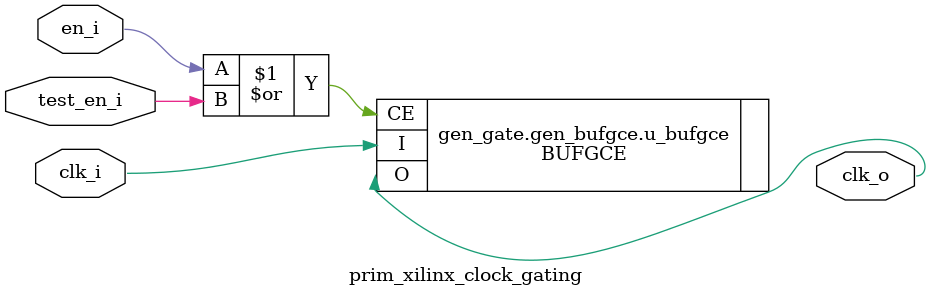
<source format=sv>

module prim_xilinx_clock_gating #(
  parameter bit NoFpgaGate = 1'b0,
  parameter bit FpgaBufGlobal = 1'b1
) (
  input        clk_i,
  input        en_i,
  input        test_en_i,
  output logic clk_o
);

  if (NoFpgaGate) begin : gen_no_gate
    assign clk_o = clk_i;
  end else begin : gen_gate
    if (FpgaBufGlobal) begin : gen_bufgce
      // By default, we use BUFG(CE)s, i.e., global clock buffers (with enable input).
      // These resources are scarce (32 in monolithic 7 series devices) and under some
      // circumstances cannot be cascaded. They should especially be used for (gating)
      // clocks that span big parts of the design/multiple clock regions.
      BUFGCE #(
        .SIM_DEVICE("ULTRASCALE_PLUS")
      ) u_bufgce (
        .I (clk_i),
        .CE(en_i | test_en_i),
        .O (clk_o)
      );
    end else begin : gen_bufhce
      // The BUFH(CE) is a horizontal or local clock buffer (with enable input). Every clock
      // region has 12 of these buffers. They should be used for (gating) clocks that are
      // being used locally.
      BUFHCE u_bufhce (
        .I (clk_i),
        .CE(en_i | test_en_i),
        .O (clk_o)
      );
    end
  end



endmodule

</source>
